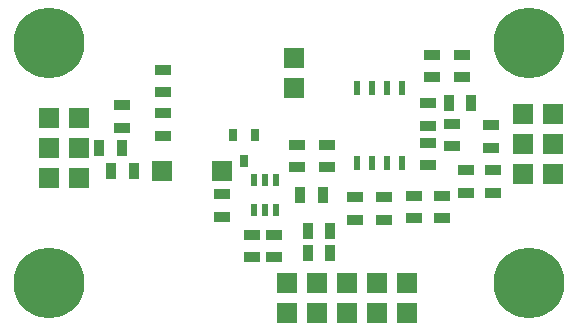
<source format=gbr>
%TF.GenerationSoftware,KiCad,Pcbnew,6.0.11+dfsg-1~bpo11+1*%
%TF.CreationDate,2023-05-25T08:23:26+00:00*%
%TF.ProjectId,PCRD01,50435244-3031-42e6-9b69-6361645f7063,01A*%
%TF.SameCoordinates,Original*%
%TF.FileFunction,Soldermask,Bot*%
%TF.FilePolarity,Negative*%
%FSLAX46Y46*%
G04 Gerber Fmt 4.6, Leading zero omitted, Abs format (unit mm)*
G04 Created by KiCad (PCBNEW 6.0.11+dfsg-1~bpo11+1) date 2023-05-25 08:23:26*
%MOMM*%
%LPD*%
G01*
G04 APERTURE LIST*
%ADD10R,1.651000X1.651000*%
%ADD11C,6.000000*%
%ADD12R,1.397000X0.889000*%
%ADD13R,0.889000X1.397000*%
%ADD14R,0.508000X1.143000*%
%ADD15R,0.500000X1.000760*%
%ADD16R,0.501040X1.000760*%
%ADD17R,0.800100X1.000760*%
G04 APERTURE END LIST*
D10*
%TO.C,J1*%
X140458000Y-90709000D03*
X140458000Y-88169000D03*
X140458000Y-85629000D03*
X137918000Y-85629000D03*
X137918000Y-88169000D03*
X137918000Y-90709000D03*
%TD*%
%TO.C,J2*%
X158034800Y-102139000D03*
X160574800Y-102139000D03*
X163114800Y-102139000D03*
X165654800Y-102139000D03*
X168194800Y-102139000D03*
X168194800Y-99599000D03*
X165654800Y-99599000D03*
X163114800Y-99599000D03*
X160574800Y-99599000D03*
X158034800Y-99599000D03*
%TD*%
%TO.C,J5*%
X180564600Y-90353400D03*
X180564600Y-87813400D03*
X180564600Y-85273400D03*
X178024600Y-85273400D03*
X178024600Y-87813400D03*
X178024600Y-90353400D03*
%TD*%
D11*
%TO.C,P4*%
X137918000Y-99599000D03*
%TD*%
D10*
%TO.C,J3*%
X147443000Y-90074000D03*
X152523000Y-90074000D03*
%TD*%
D11*
%TO.C,P3*%
X137918000Y-79279000D03*
%TD*%
%TO.C,P1*%
X178558000Y-99599000D03*
%TD*%
%TO.C,P2*%
X178558000Y-79279000D03*
%TD*%
D10*
%TO.C,J4*%
X158619000Y-83089000D03*
X158619000Y-80549000D03*
%TD*%
D12*
%TO.C,C1*%
X147570000Y-85184500D03*
X147570000Y-87089500D03*
%TD*%
%TO.C,C2*%
X156968000Y-95471500D03*
X156968000Y-97376500D03*
%TD*%
%TO.C,C3*%
X158873000Y-89756500D03*
X158873000Y-87851500D03*
%TD*%
%TO.C,C5*%
X172843000Y-82136500D03*
X172843000Y-80231500D03*
%TD*%
%TO.C,C6*%
X170303000Y-82136500D03*
X170303000Y-80231500D03*
%TD*%
D13*
%TO.C,C10*%
X159800100Y-97008200D03*
X161705100Y-97008200D03*
%TD*%
D12*
%TO.C,C12*%
X175510000Y-91915500D03*
X175510000Y-90010500D03*
%TD*%
D13*
%TO.C,C14*%
X171763500Y-84308200D03*
X173668500Y-84308200D03*
%TD*%
D12*
%TO.C,R1*%
X147570000Y-83406500D03*
X147570000Y-81501500D03*
%TD*%
D13*
%TO.C,R2*%
X144064800Y-88169000D03*
X142159800Y-88169000D03*
%TD*%
D12*
%TO.C,R5*%
X163826000Y-94201500D03*
X163826000Y-92296500D03*
%TD*%
%TO.C,R6*%
X171192000Y-94074500D03*
X171192000Y-92169500D03*
%TD*%
%TO.C,R7*%
X166239000Y-94201500D03*
X166239000Y-92296500D03*
%TD*%
%TO.C,R8*%
X173224000Y-91915500D03*
X173224000Y-90010500D03*
%TD*%
%TO.C,R9*%
X169972800Y-89604100D03*
X169972800Y-87699100D03*
%TD*%
%TO.C,R11*%
X175357600Y-86200500D03*
X175357600Y-88105500D03*
%TD*%
%TO.C,C11*%
X168779000Y-94074500D03*
X168779000Y-92169500D03*
%TD*%
%TO.C,C9*%
X161413000Y-89756500D03*
X161413000Y-87851500D03*
%TD*%
D13*
%TO.C,C8*%
X161095500Y-92106000D03*
X159190500Y-92106000D03*
%TD*%
D12*
%TO.C,C13*%
X169972800Y-86251300D03*
X169972800Y-84346300D03*
%TD*%
%TO.C,R10*%
X172004800Y-88003900D03*
X172004800Y-86098900D03*
%TD*%
D13*
%TO.C,C7*%
X159825500Y-95154000D03*
X161730500Y-95154000D03*
%TD*%
D14*
%TO.C,U2*%
X167763000Y-89439000D03*
X166493000Y-89439000D03*
X165223000Y-89439000D03*
X163953000Y-89439000D03*
X163953000Y-83089000D03*
X165223000Y-83089000D03*
X166493000Y-83089000D03*
X167763000Y-83089000D03*
%TD*%
D15*
%TO.C,U1*%
X157158500Y-93376000D03*
X156206000Y-93376000D03*
X155253500Y-93376000D03*
D16*
X155253500Y-90836000D03*
D15*
X156206000Y-90836000D03*
X157158500Y-90836000D03*
%TD*%
D12*
%TO.C,R3*%
X155063000Y-97376500D03*
X155063000Y-95471500D03*
%TD*%
D17*
%TO.C,Q1*%
X153475500Y-87069180D03*
X155380500Y-87069180D03*
X154428000Y-89268820D03*
%TD*%
D12*
%TO.C,R4*%
X152523000Y-93947500D03*
X152523000Y-92042500D03*
%TD*%
D13*
%TO.C,R12*%
X145093500Y-90074000D03*
X143188500Y-90074000D03*
%TD*%
D12*
%TO.C,C15*%
X144115600Y-86416400D03*
X144115600Y-84511400D03*
%TD*%
M02*

</source>
